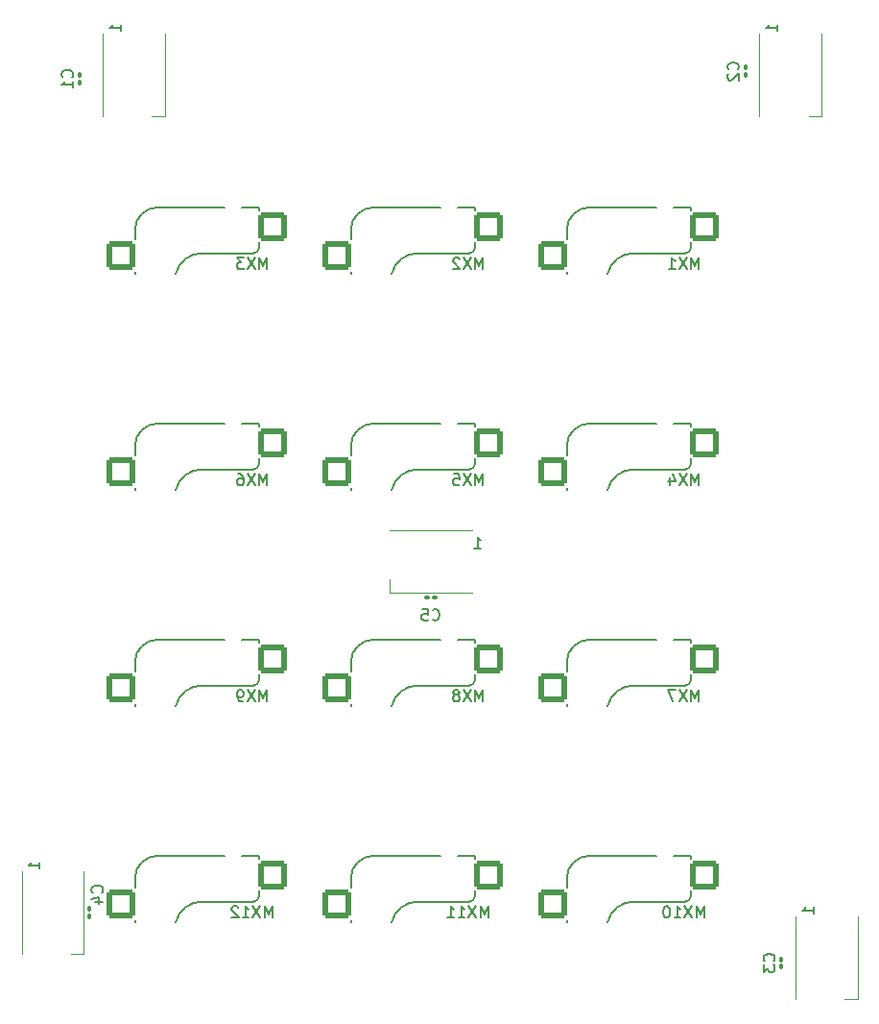
<source format=gbo>
G04 #@! TF.GenerationSoftware,KiCad,Pcbnew,7.0.5*
G04 #@! TF.CreationDate,2023-07-12T22:01:21-07:00*
G04 #@! TF.ProjectId,Custom_KeyPad,43757374-6f6d-45f4-9b65-795061642e6b,rev?*
G04 #@! TF.SameCoordinates,Original*
G04 #@! TF.FileFunction,Legend,Bot*
G04 #@! TF.FilePolarity,Positive*
%FSLAX46Y46*%
G04 Gerber Fmt 4.6, Leading zero omitted, Abs format (unit mm)*
G04 Created by KiCad (PCBNEW 7.0.5) date 2023-07-12 22:01:21*
%MOMM*%
%LPD*%
G01*
G04 APERTURE LIST*
G04 Aperture macros list*
%AMRoundRect*
0 Rectangle with rounded corners*
0 $1 Rounding radius*
0 $2 $3 $4 $5 $6 $7 $8 $9 X,Y pos of 4 corners*
0 Add a 4 corners polygon primitive as box body*
4,1,4,$2,$3,$4,$5,$6,$7,$8,$9,$2,$3,0*
0 Add four circle primitives for the rounded corners*
1,1,$1+$1,$2,$3*
1,1,$1+$1,$4,$5*
1,1,$1+$1,$6,$7*
1,1,$1+$1,$8,$9*
0 Add four rect primitives between the rounded corners*
20,1,$1+$1,$2,$3,$4,$5,0*
20,1,$1+$1,$4,$5,$6,$7,0*
20,1,$1+$1,$6,$7,$8,$9,0*
20,1,$1+$1,$8,$9,$2,$3,0*%
G04 Aperture macros list end*
%ADD10C,0.150000*%
%ADD11C,0.120000*%
%ADD12C,3.500000*%
%ADD13C,2.600000*%
%ADD14O,1.600000X2.000000*%
%ADD15C,1.800000*%
%ADD16RoundRect,0.450000X-0.450000X-0.450000X0.450000X-0.450000X0.450000X0.450000X-0.450000X0.450000X0*%
%ADD17C,2.000000*%
%ADD18R,2.000000X3.200000*%
%ADD19R,2.000000X2.000000*%
%ADD20C,3.300000*%
%ADD21RoundRect,0.250000X1.025000X1.000000X-1.025000X1.000000X-1.025000X-1.000000X1.025000X-1.000000X0*%
%ADD22C,1.750000*%
%ADD23C,3.987800*%
%ADD24R,1.500000X0.900000*%
%ADD25R,0.900000X1.500000*%
%ADD26R,1.600000X1.600000*%
%ADD27O,1.600000X1.600000*%
%ADD28RoundRect,0.100000X0.130000X0.100000X-0.130000X0.100000X-0.130000X-0.100000X0.130000X-0.100000X0*%
%ADD29RoundRect,0.100000X-0.100000X0.130000X-0.100000X-0.130000X0.100000X-0.130000X0.100000X0.130000X0*%
G04 APERTURE END LIST*
D10*
X146346904Y-131419819D02*
X146346904Y-130419819D01*
X146346904Y-130419819D02*
X146013571Y-131134104D01*
X146013571Y-131134104D02*
X145680238Y-130419819D01*
X145680238Y-130419819D02*
X145680238Y-131419819D01*
X145299285Y-130419819D02*
X144632619Y-131419819D01*
X144632619Y-130419819D02*
X145299285Y-131419819D01*
X143727857Y-131419819D02*
X144299285Y-131419819D01*
X144013571Y-131419819D02*
X144013571Y-130419819D01*
X144013571Y-130419819D02*
X144108809Y-130562676D01*
X144108809Y-130562676D02*
X144204047Y-130657914D01*
X144204047Y-130657914D02*
X144299285Y-130705533D01*
X143346904Y-130515057D02*
X143299285Y-130467438D01*
X143299285Y-130467438D02*
X143204047Y-130419819D01*
X143204047Y-130419819D02*
X142965952Y-130419819D01*
X142965952Y-130419819D02*
X142870714Y-130467438D01*
X142870714Y-130467438D02*
X142823095Y-130515057D01*
X142823095Y-130515057D02*
X142775476Y-130610295D01*
X142775476Y-130610295D02*
X142775476Y-130705533D01*
X142775476Y-130705533D02*
X142823095Y-130848390D01*
X142823095Y-130848390D02*
X143394523Y-131419819D01*
X143394523Y-131419819D02*
X142775476Y-131419819D01*
X165396904Y-131419819D02*
X165396904Y-130419819D01*
X165396904Y-130419819D02*
X165063571Y-131134104D01*
X165063571Y-131134104D02*
X164730238Y-130419819D01*
X164730238Y-130419819D02*
X164730238Y-131419819D01*
X164349285Y-130419819D02*
X163682619Y-131419819D01*
X163682619Y-130419819D02*
X164349285Y-131419819D01*
X162777857Y-131419819D02*
X163349285Y-131419819D01*
X163063571Y-131419819D02*
X163063571Y-130419819D01*
X163063571Y-130419819D02*
X163158809Y-130562676D01*
X163158809Y-130562676D02*
X163254047Y-130657914D01*
X163254047Y-130657914D02*
X163349285Y-130705533D01*
X161825476Y-131419819D02*
X162396904Y-131419819D01*
X162111190Y-131419819D02*
X162111190Y-130419819D01*
X162111190Y-130419819D02*
X162206428Y-130562676D01*
X162206428Y-130562676D02*
X162301666Y-130657914D01*
X162301666Y-130657914D02*
X162396904Y-130705533D01*
X184446904Y-131419819D02*
X184446904Y-130419819D01*
X184446904Y-130419819D02*
X184113571Y-131134104D01*
X184113571Y-131134104D02*
X183780238Y-130419819D01*
X183780238Y-130419819D02*
X183780238Y-131419819D01*
X183399285Y-130419819D02*
X182732619Y-131419819D01*
X182732619Y-130419819D02*
X183399285Y-131419819D01*
X181827857Y-131419819D02*
X182399285Y-131419819D01*
X182113571Y-131419819D02*
X182113571Y-130419819D01*
X182113571Y-130419819D02*
X182208809Y-130562676D01*
X182208809Y-130562676D02*
X182304047Y-130657914D01*
X182304047Y-130657914D02*
X182399285Y-130705533D01*
X181208809Y-130419819D02*
X181113571Y-130419819D01*
X181113571Y-130419819D02*
X181018333Y-130467438D01*
X181018333Y-130467438D02*
X180970714Y-130515057D01*
X180970714Y-130515057D02*
X180923095Y-130610295D01*
X180923095Y-130610295D02*
X180875476Y-130800771D01*
X180875476Y-130800771D02*
X180875476Y-131038866D01*
X180875476Y-131038866D02*
X180923095Y-131229342D01*
X180923095Y-131229342D02*
X180970714Y-131324580D01*
X180970714Y-131324580D02*
X181018333Y-131372200D01*
X181018333Y-131372200D02*
X181113571Y-131419819D01*
X181113571Y-131419819D02*
X181208809Y-131419819D01*
X181208809Y-131419819D02*
X181304047Y-131372200D01*
X181304047Y-131372200D02*
X181351666Y-131324580D01*
X181351666Y-131324580D02*
X181399285Y-131229342D01*
X181399285Y-131229342D02*
X181446904Y-131038866D01*
X181446904Y-131038866D02*
X181446904Y-130800771D01*
X181446904Y-130800771D02*
X181399285Y-130610295D01*
X181399285Y-130610295D02*
X181351666Y-130515057D01*
X181351666Y-130515057D02*
X181304047Y-130467438D01*
X181304047Y-130467438D02*
X181208809Y-130419819D01*
X145870713Y-112369819D02*
X145870713Y-111369819D01*
X145870713Y-111369819D02*
X145537380Y-112084104D01*
X145537380Y-112084104D02*
X145204047Y-111369819D01*
X145204047Y-111369819D02*
X145204047Y-112369819D01*
X144823094Y-111369819D02*
X144156428Y-112369819D01*
X144156428Y-111369819D02*
X144823094Y-112369819D01*
X143727856Y-112369819D02*
X143537380Y-112369819D01*
X143537380Y-112369819D02*
X143442142Y-112322200D01*
X143442142Y-112322200D02*
X143394523Y-112274580D01*
X143394523Y-112274580D02*
X143299285Y-112131723D01*
X143299285Y-112131723D02*
X143251666Y-111941247D01*
X143251666Y-111941247D02*
X143251666Y-111560295D01*
X143251666Y-111560295D02*
X143299285Y-111465057D01*
X143299285Y-111465057D02*
X143346904Y-111417438D01*
X143346904Y-111417438D02*
X143442142Y-111369819D01*
X143442142Y-111369819D02*
X143632618Y-111369819D01*
X143632618Y-111369819D02*
X143727856Y-111417438D01*
X143727856Y-111417438D02*
X143775475Y-111465057D01*
X143775475Y-111465057D02*
X143823094Y-111560295D01*
X143823094Y-111560295D02*
X143823094Y-111798390D01*
X143823094Y-111798390D02*
X143775475Y-111893628D01*
X143775475Y-111893628D02*
X143727856Y-111941247D01*
X143727856Y-111941247D02*
X143632618Y-111988866D01*
X143632618Y-111988866D02*
X143442142Y-111988866D01*
X143442142Y-111988866D02*
X143346904Y-111941247D01*
X143346904Y-111941247D02*
X143299285Y-111893628D01*
X143299285Y-111893628D02*
X143251666Y-111798390D01*
X164920713Y-112369819D02*
X164920713Y-111369819D01*
X164920713Y-111369819D02*
X164587380Y-112084104D01*
X164587380Y-112084104D02*
X164254047Y-111369819D01*
X164254047Y-111369819D02*
X164254047Y-112369819D01*
X163873094Y-111369819D02*
X163206428Y-112369819D01*
X163206428Y-111369819D02*
X163873094Y-112369819D01*
X162682618Y-111798390D02*
X162777856Y-111750771D01*
X162777856Y-111750771D02*
X162825475Y-111703152D01*
X162825475Y-111703152D02*
X162873094Y-111607914D01*
X162873094Y-111607914D02*
X162873094Y-111560295D01*
X162873094Y-111560295D02*
X162825475Y-111465057D01*
X162825475Y-111465057D02*
X162777856Y-111417438D01*
X162777856Y-111417438D02*
X162682618Y-111369819D01*
X162682618Y-111369819D02*
X162492142Y-111369819D01*
X162492142Y-111369819D02*
X162396904Y-111417438D01*
X162396904Y-111417438D02*
X162349285Y-111465057D01*
X162349285Y-111465057D02*
X162301666Y-111560295D01*
X162301666Y-111560295D02*
X162301666Y-111607914D01*
X162301666Y-111607914D02*
X162349285Y-111703152D01*
X162349285Y-111703152D02*
X162396904Y-111750771D01*
X162396904Y-111750771D02*
X162492142Y-111798390D01*
X162492142Y-111798390D02*
X162682618Y-111798390D01*
X162682618Y-111798390D02*
X162777856Y-111846009D01*
X162777856Y-111846009D02*
X162825475Y-111893628D01*
X162825475Y-111893628D02*
X162873094Y-111988866D01*
X162873094Y-111988866D02*
X162873094Y-112179342D01*
X162873094Y-112179342D02*
X162825475Y-112274580D01*
X162825475Y-112274580D02*
X162777856Y-112322200D01*
X162777856Y-112322200D02*
X162682618Y-112369819D01*
X162682618Y-112369819D02*
X162492142Y-112369819D01*
X162492142Y-112369819D02*
X162396904Y-112322200D01*
X162396904Y-112322200D02*
X162349285Y-112274580D01*
X162349285Y-112274580D02*
X162301666Y-112179342D01*
X162301666Y-112179342D02*
X162301666Y-111988866D01*
X162301666Y-111988866D02*
X162349285Y-111893628D01*
X162349285Y-111893628D02*
X162396904Y-111846009D01*
X162396904Y-111846009D02*
X162492142Y-111798390D01*
X183970713Y-112369819D02*
X183970713Y-111369819D01*
X183970713Y-111369819D02*
X183637380Y-112084104D01*
X183637380Y-112084104D02*
X183304047Y-111369819D01*
X183304047Y-111369819D02*
X183304047Y-112369819D01*
X182923094Y-111369819D02*
X182256428Y-112369819D01*
X182256428Y-111369819D02*
X182923094Y-112369819D01*
X181970713Y-111369819D02*
X181304047Y-111369819D01*
X181304047Y-111369819D02*
X181732618Y-112369819D01*
X145870713Y-93319819D02*
X145870713Y-92319819D01*
X145870713Y-92319819D02*
X145537380Y-93034104D01*
X145537380Y-93034104D02*
X145204047Y-92319819D01*
X145204047Y-92319819D02*
X145204047Y-93319819D01*
X144823094Y-92319819D02*
X144156428Y-93319819D01*
X144156428Y-92319819D02*
X144823094Y-93319819D01*
X143346904Y-92319819D02*
X143537380Y-92319819D01*
X143537380Y-92319819D02*
X143632618Y-92367438D01*
X143632618Y-92367438D02*
X143680237Y-92415057D01*
X143680237Y-92415057D02*
X143775475Y-92557914D01*
X143775475Y-92557914D02*
X143823094Y-92748390D01*
X143823094Y-92748390D02*
X143823094Y-93129342D01*
X143823094Y-93129342D02*
X143775475Y-93224580D01*
X143775475Y-93224580D02*
X143727856Y-93272200D01*
X143727856Y-93272200D02*
X143632618Y-93319819D01*
X143632618Y-93319819D02*
X143442142Y-93319819D01*
X143442142Y-93319819D02*
X143346904Y-93272200D01*
X143346904Y-93272200D02*
X143299285Y-93224580D01*
X143299285Y-93224580D02*
X143251666Y-93129342D01*
X143251666Y-93129342D02*
X143251666Y-92891247D01*
X143251666Y-92891247D02*
X143299285Y-92796009D01*
X143299285Y-92796009D02*
X143346904Y-92748390D01*
X143346904Y-92748390D02*
X143442142Y-92700771D01*
X143442142Y-92700771D02*
X143632618Y-92700771D01*
X143632618Y-92700771D02*
X143727856Y-92748390D01*
X143727856Y-92748390D02*
X143775475Y-92796009D01*
X143775475Y-92796009D02*
X143823094Y-92891247D01*
X164920713Y-93319819D02*
X164920713Y-92319819D01*
X164920713Y-92319819D02*
X164587380Y-93034104D01*
X164587380Y-93034104D02*
X164254047Y-92319819D01*
X164254047Y-92319819D02*
X164254047Y-93319819D01*
X163873094Y-92319819D02*
X163206428Y-93319819D01*
X163206428Y-92319819D02*
X163873094Y-93319819D01*
X162349285Y-92319819D02*
X162825475Y-92319819D01*
X162825475Y-92319819D02*
X162873094Y-92796009D01*
X162873094Y-92796009D02*
X162825475Y-92748390D01*
X162825475Y-92748390D02*
X162730237Y-92700771D01*
X162730237Y-92700771D02*
X162492142Y-92700771D01*
X162492142Y-92700771D02*
X162396904Y-92748390D01*
X162396904Y-92748390D02*
X162349285Y-92796009D01*
X162349285Y-92796009D02*
X162301666Y-92891247D01*
X162301666Y-92891247D02*
X162301666Y-93129342D01*
X162301666Y-93129342D02*
X162349285Y-93224580D01*
X162349285Y-93224580D02*
X162396904Y-93272200D01*
X162396904Y-93272200D02*
X162492142Y-93319819D01*
X162492142Y-93319819D02*
X162730237Y-93319819D01*
X162730237Y-93319819D02*
X162825475Y-93272200D01*
X162825475Y-93272200D02*
X162873094Y-93224580D01*
X183970713Y-93319819D02*
X183970713Y-92319819D01*
X183970713Y-92319819D02*
X183637380Y-93034104D01*
X183637380Y-93034104D02*
X183304047Y-92319819D01*
X183304047Y-92319819D02*
X183304047Y-93319819D01*
X182923094Y-92319819D02*
X182256428Y-93319819D01*
X182256428Y-92319819D02*
X182923094Y-93319819D01*
X181446904Y-92653152D02*
X181446904Y-93319819D01*
X181684999Y-92272200D02*
X181923094Y-92986485D01*
X181923094Y-92986485D02*
X181304047Y-92986485D01*
X145870713Y-74269819D02*
X145870713Y-73269819D01*
X145870713Y-73269819D02*
X145537380Y-73984104D01*
X145537380Y-73984104D02*
X145204047Y-73269819D01*
X145204047Y-73269819D02*
X145204047Y-74269819D01*
X144823094Y-73269819D02*
X144156428Y-74269819D01*
X144156428Y-73269819D02*
X144823094Y-74269819D01*
X143870713Y-73269819D02*
X143251666Y-73269819D01*
X143251666Y-73269819D02*
X143584999Y-73650771D01*
X143584999Y-73650771D02*
X143442142Y-73650771D01*
X143442142Y-73650771D02*
X143346904Y-73698390D01*
X143346904Y-73698390D02*
X143299285Y-73746009D01*
X143299285Y-73746009D02*
X143251666Y-73841247D01*
X143251666Y-73841247D02*
X143251666Y-74079342D01*
X143251666Y-74079342D02*
X143299285Y-74174580D01*
X143299285Y-74174580D02*
X143346904Y-74222200D01*
X143346904Y-74222200D02*
X143442142Y-74269819D01*
X143442142Y-74269819D02*
X143727856Y-74269819D01*
X143727856Y-74269819D02*
X143823094Y-74222200D01*
X143823094Y-74222200D02*
X143870713Y-74174580D01*
X164920713Y-74269819D02*
X164920713Y-73269819D01*
X164920713Y-73269819D02*
X164587380Y-73984104D01*
X164587380Y-73984104D02*
X164254047Y-73269819D01*
X164254047Y-73269819D02*
X164254047Y-74269819D01*
X163873094Y-73269819D02*
X163206428Y-74269819D01*
X163206428Y-73269819D02*
X163873094Y-74269819D01*
X162873094Y-73365057D02*
X162825475Y-73317438D01*
X162825475Y-73317438D02*
X162730237Y-73269819D01*
X162730237Y-73269819D02*
X162492142Y-73269819D01*
X162492142Y-73269819D02*
X162396904Y-73317438D01*
X162396904Y-73317438D02*
X162349285Y-73365057D01*
X162349285Y-73365057D02*
X162301666Y-73460295D01*
X162301666Y-73460295D02*
X162301666Y-73555533D01*
X162301666Y-73555533D02*
X162349285Y-73698390D01*
X162349285Y-73698390D02*
X162920713Y-74269819D01*
X162920713Y-74269819D02*
X162301666Y-74269819D01*
X183970713Y-74269819D02*
X183970713Y-73269819D01*
X183970713Y-73269819D02*
X183637380Y-73984104D01*
X183637380Y-73984104D02*
X183304047Y-73269819D01*
X183304047Y-73269819D02*
X183304047Y-74269819D01*
X182923094Y-73269819D02*
X182256428Y-74269819D01*
X182256428Y-73269819D02*
X182923094Y-74269819D01*
X181351666Y-74269819D02*
X181923094Y-74269819D01*
X181637380Y-74269819D02*
X181637380Y-73269819D01*
X181637380Y-73269819D02*
X181732618Y-73412676D01*
X181732618Y-73412676D02*
X181827856Y-73507914D01*
X181827856Y-73507914D02*
X181923094Y-73555533D01*
X164201785Y-98867319D02*
X164773213Y-98867319D01*
X164487499Y-98867319D02*
X164487499Y-97867319D01*
X164487499Y-97867319D02*
X164582737Y-98010176D01*
X164582737Y-98010176D02*
X164677975Y-98105414D01*
X164677975Y-98105414D02*
X164773213Y-98153033D01*
X125854819Y-127104464D02*
X125854819Y-126533036D01*
X125854819Y-126818750D02*
X124854819Y-126818750D01*
X124854819Y-126818750D02*
X124997676Y-126723512D01*
X124997676Y-126723512D02*
X125092914Y-126628274D01*
X125092914Y-126628274D02*
X125140533Y-126533036D01*
X194117319Y-131073214D02*
X194117319Y-130501786D01*
X194117319Y-130787500D02*
X193117319Y-130787500D01*
X193117319Y-130787500D02*
X193260176Y-130692262D01*
X193260176Y-130692262D02*
X193355414Y-130597024D01*
X193355414Y-130597024D02*
X193403033Y-130501786D01*
X190942319Y-53285714D02*
X190942319Y-52714286D01*
X190942319Y-53000000D02*
X189942319Y-53000000D01*
X189942319Y-53000000D02*
X190085176Y-52904762D01*
X190085176Y-52904762D02*
X190180414Y-52809524D01*
X190180414Y-52809524D02*
X190228033Y-52714286D01*
X132998569Y-53285714D02*
X132998569Y-52714286D01*
X132998569Y-53000000D02*
X131998569Y-53000000D01*
X131998569Y-53000000D02*
X132141426Y-52904762D01*
X132141426Y-52904762D02*
X132236664Y-52809524D01*
X132236664Y-52809524D02*
X132284283Y-52714286D01*
X160504166Y-105134580D02*
X160551785Y-105182200D01*
X160551785Y-105182200D02*
X160694642Y-105229819D01*
X160694642Y-105229819D02*
X160789880Y-105229819D01*
X160789880Y-105229819D02*
X160932737Y-105182200D01*
X160932737Y-105182200D02*
X161027975Y-105086961D01*
X161027975Y-105086961D02*
X161075594Y-104991723D01*
X161075594Y-104991723D02*
X161123213Y-104801247D01*
X161123213Y-104801247D02*
X161123213Y-104658390D01*
X161123213Y-104658390D02*
X161075594Y-104467914D01*
X161075594Y-104467914D02*
X161027975Y-104372676D01*
X161027975Y-104372676D02*
X160932737Y-104277438D01*
X160932737Y-104277438D02*
X160789880Y-104229819D01*
X160789880Y-104229819D02*
X160694642Y-104229819D01*
X160694642Y-104229819D02*
X160551785Y-104277438D01*
X160551785Y-104277438D02*
X160504166Y-104325057D01*
X159599404Y-104229819D02*
X160075594Y-104229819D01*
X160075594Y-104229819D02*
X160123213Y-104706009D01*
X160123213Y-104706009D02*
X160075594Y-104658390D01*
X160075594Y-104658390D02*
X159980356Y-104610771D01*
X159980356Y-104610771D02*
X159742261Y-104610771D01*
X159742261Y-104610771D02*
X159647023Y-104658390D01*
X159647023Y-104658390D02*
X159599404Y-104706009D01*
X159599404Y-104706009D02*
X159551785Y-104801247D01*
X159551785Y-104801247D02*
X159551785Y-105039342D01*
X159551785Y-105039342D02*
X159599404Y-105134580D01*
X159599404Y-105134580D02*
X159647023Y-105182200D01*
X159647023Y-105182200D02*
X159742261Y-105229819D01*
X159742261Y-105229819D02*
X159980356Y-105229819D01*
X159980356Y-105229819D02*
X160075594Y-105182200D01*
X160075594Y-105182200D02*
X160123213Y-105134580D01*
X131328330Y-129214583D02*
X131375950Y-129166964D01*
X131375950Y-129166964D02*
X131423569Y-129024107D01*
X131423569Y-129024107D02*
X131423569Y-128928869D01*
X131423569Y-128928869D02*
X131375950Y-128786012D01*
X131375950Y-128786012D02*
X131280711Y-128690774D01*
X131280711Y-128690774D02*
X131185473Y-128643155D01*
X131185473Y-128643155D02*
X130994997Y-128595536D01*
X130994997Y-128595536D02*
X130852140Y-128595536D01*
X130852140Y-128595536D02*
X130661664Y-128643155D01*
X130661664Y-128643155D02*
X130566426Y-128690774D01*
X130566426Y-128690774D02*
X130471188Y-128786012D01*
X130471188Y-128786012D02*
X130423569Y-128928869D01*
X130423569Y-128928869D02*
X130423569Y-129024107D01*
X130423569Y-129024107D02*
X130471188Y-129166964D01*
X130471188Y-129166964D02*
X130518807Y-129214583D01*
X130756902Y-130071726D02*
X131423569Y-130071726D01*
X130375950Y-129833631D02*
X131090235Y-129595536D01*
X131090235Y-129595536D02*
X131090235Y-130214583D01*
X190603330Y-135244583D02*
X190650950Y-135196964D01*
X190650950Y-135196964D02*
X190698569Y-135054107D01*
X190698569Y-135054107D02*
X190698569Y-134958869D01*
X190698569Y-134958869D02*
X190650950Y-134816012D01*
X190650950Y-134816012D02*
X190555711Y-134720774D01*
X190555711Y-134720774D02*
X190460473Y-134673155D01*
X190460473Y-134673155D02*
X190269997Y-134625536D01*
X190269997Y-134625536D02*
X190127140Y-134625536D01*
X190127140Y-134625536D02*
X189936664Y-134673155D01*
X189936664Y-134673155D02*
X189841426Y-134720774D01*
X189841426Y-134720774D02*
X189746188Y-134816012D01*
X189746188Y-134816012D02*
X189698569Y-134958869D01*
X189698569Y-134958869D02*
X189698569Y-135054107D01*
X189698569Y-135054107D02*
X189746188Y-135196964D01*
X189746188Y-135196964D02*
X189793807Y-135244583D01*
X189698569Y-135577917D02*
X189698569Y-136196964D01*
X189698569Y-136196964D02*
X190079521Y-135863631D01*
X190079521Y-135863631D02*
X190079521Y-136006488D01*
X190079521Y-136006488D02*
X190127140Y-136101726D01*
X190127140Y-136101726D02*
X190174759Y-136149345D01*
X190174759Y-136149345D02*
X190269997Y-136196964D01*
X190269997Y-136196964D02*
X190508092Y-136196964D01*
X190508092Y-136196964D02*
X190603330Y-136149345D01*
X190603330Y-136149345D02*
X190650950Y-136101726D01*
X190650950Y-136101726D02*
X190698569Y-136006488D01*
X190698569Y-136006488D02*
X190698569Y-135720774D01*
X190698569Y-135720774D02*
X190650950Y-135625536D01*
X190650950Y-135625536D02*
X190603330Y-135577917D01*
X187428330Y-56663333D02*
X187475950Y-56615714D01*
X187475950Y-56615714D02*
X187523569Y-56472857D01*
X187523569Y-56472857D02*
X187523569Y-56377619D01*
X187523569Y-56377619D02*
X187475950Y-56234762D01*
X187475950Y-56234762D02*
X187380711Y-56139524D01*
X187380711Y-56139524D02*
X187285473Y-56091905D01*
X187285473Y-56091905D02*
X187094997Y-56044286D01*
X187094997Y-56044286D02*
X186952140Y-56044286D01*
X186952140Y-56044286D02*
X186761664Y-56091905D01*
X186761664Y-56091905D02*
X186666426Y-56139524D01*
X186666426Y-56139524D02*
X186571188Y-56234762D01*
X186571188Y-56234762D02*
X186523569Y-56377619D01*
X186523569Y-56377619D02*
X186523569Y-56472857D01*
X186523569Y-56472857D02*
X186571188Y-56615714D01*
X186571188Y-56615714D02*
X186618807Y-56663333D01*
X186618807Y-57044286D02*
X186571188Y-57091905D01*
X186571188Y-57091905D02*
X186523569Y-57187143D01*
X186523569Y-57187143D02*
X186523569Y-57425238D01*
X186523569Y-57425238D02*
X186571188Y-57520476D01*
X186571188Y-57520476D02*
X186618807Y-57568095D01*
X186618807Y-57568095D02*
X186714045Y-57615714D01*
X186714045Y-57615714D02*
X186809283Y-57615714D01*
X186809283Y-57615714D02*
X186952140Y-57568095D01*
X186952140Y-57568095D02*
X187523569Y-56996667D01*
X187523569Y-56996667D02*
X187523569Y-57615714D01*
X128690830Y-57328333D02*
X128738450Y-57280714D01*
X128738450Y-57280714D02*
X128786069Y-57137857D01*
X128786069Y-57137857D02*
X128786069Y-57042619D01*
X128786069Y-57042619D02*
X128738450Y-56899762D01*
X128738450Y-56899762D02*
X128643211Y-56804524D01*
X128643211Y-56804524D02*
X128547973Y-56756905D01*
X128547973Y-56756905D02*
X128357497Y-56709286D01*
X128357497Y-56709286D02*
X128214640Y-56709286D01*
X128214640Y-56709286D02*
X128024164Y-56756905D01*
X128024164Y-56756905D02*
X127928926Y-56804524D01*
X127928926Y-56804524D02*
X127833688Y-56899762D01*
X127833688Y-56899762D02*
X127786069Y-57042619D01*
X127786069Y-57042619D02*
X127786069Y-57137857D01*
X127786069Y-57137857D02*
X127833688Y-57280714D01*
X127833688Y-57280714D02*
X127881307Y-57328333D01*
X128786069Y-58280714D02*
X128786069Y-57709286D01*
X128786069Y-57995000D02*
X127786069Y-57995000D01*
X127786069Y-57995000D02*
X127928926Y-57899762D01*
X127928926Y-57899762D02*
X128024164Y-57804524D01*
X128024164Y-57804524D02*
X128071783Y-57709286D01*
X136249824Y-125964784D02*
G75*
G03*
X134249824Y-127964780I-4J-1999996D01*
G01*
X140135000Y-130014781D02*
G75*
G03*
X137840679Y-131854780I-866J-2349331D01*
G01*
X144699824Y-130014780D02*
G75*
G03*
X145199824Y-129514780I-1J500001D01*
G01*
X134249824Y-131614780D02*
X134249824Y-131854780D01*
X134249824Y-128764780D02*
X134249824Y-127964780D01*
X136249824Y-125964780D02*
X142149824Y-125964780D01*
X143649824Y-125964780D02*
X145199824Y-125964780D01*
X144699824Y-130014780D02*
X140135000Y-130014780D01*
X145199824Y-129044780D02*
X145199824Y-129514780D01*
X145199824Y-125964780D02*
X145199824Y-126194780D01*
X155299824Y-125964784D02*
G75*
G03*
X153299824Y-127964780I-4J-1999996D01*
G01*
X159185000Y-130014781D02*
G75*
G03*
X156890679Y-131854780I-866J-2349331D01*
G01*
X163749824Y-130014780D02*
G75*
G03*
X164249824Y-129514780I-1J500001D01*
G01*
X153299824Y-131614780D02*
X153299824Y-131854780D01*
X153299824Y-128764780D02*
X153299824Y-127964780D01*
X155299824Y-125964780D02*
X161199824Y-125964780D01*
X162699824Y-125964780D02*
X164249824Y-125964780D01*
X163749824Y-130014780D02*
X159185000Y-130014780D01*
X164249824Y-129044780D02*
X164249824Y-129514780D01*
X164249824Y-125964780D02*
X164249824Y-126194780D01*
X174349824Y-125964784D02*
G75*
G03*
X172349824Y-127964780I-4J-1999996D01*
G01*
X178235000Y-130014781D02*
G75*
G03*
X175940679Y-131854780I-866J-2349331D01*
G01*
X182799824Y-130014780D02*
G75*
G03*
X183299824Y-129514780I-1J500001D01*
G01*
X172349824Y-131614780D02*
X172349824Y-131854780D01*
X172349824Y-128764780D02*
X172349824Y-127964780D01*
X174349824Y-125964780D02*
X180249824Y-125964780D01*
X181749824Y-125964780D02*
X183299824Y-125964780D01*
X182799824Y-130014780D02*
X178235000Y-130014780D01*
X183299824Y-129044780D02*
X183299824Y-129514780D01*
X183299824Y-125964780D02*
X183299824Y-126194780D01*
X136249824Y-106914784D02*
G75*
G03*
X134249824Y-108914780I-4J-1999996D01*
G01*
X140135000Y-110964781D02*
G75*
G03*
X137840679Y-112804780I-866J-2349331D01*
G01*
X144699824Y-110964780D02*
G75*
G03*
X145199824Y-110464780I-1J500001D01*
G01*
X134249824Y-112564780D02*
X134249824Y-112804780D01*
X134249824Y-109714780D02*
X134249824Y-108914780D01*
X136249824Y-106914780D02*
X142149824Y-106914780D01*
X143649824Y-106914780D02*
X145199824Y-106914780D01*
X144699824Y-110964780D02*
X140135000Y-110964780D01*
X145199824Y-109994780D02*
X145199824Y-110464780D01*
X145199824Y-106914780D02*
X145199824Y-107144780D01*
X155299824Y-106914784D02*
G75*
G03*
X153299824Y-108914780I-4J-1999996D01*
G01*
X159185000Y-110964781D02*
G75*
G03*
X156890679Y-112804780I-866J-2349331D01*
G01*
X163749824Y-110964780D02*
G75*
G03*
X164249824Y-110464780I-1J500001D01*
G01*
X153299824Y-112564780D02*
X153299824Y-112804780D01*
X153299824Y-109714780D02*
X153299824Y-108914780D01*
X155299824Y-106914780D02*
X161199824Y-106914780D01*
X162699824Y-106914780D02*
X164249824Y-106914780D01*
X163749824Y-110964780D02*
X159185000Y-110964780D01*
X164249824Y-109994780D02*
X164249824Y-110464780D01*
X164249824Y-106914780D02*
X164249824Y-107144780D01*
X174349824Y-106914784D02*
G75*
G03*
X172349824Y-108914780I-4J-1999996D01*
G01*
X178235000Y-110964781D02*
G75*
G03*
X175940679Y-112804780I-866J-2349331D01*
G01*
X182799824Y-110964780D02*
G75*
G03*
X183299824Y-110464780I-1J500001D01*
G01*
X172349824Y-112564780D02*
X172349824Y-112804780D01*
X172349824Y-109714780D02*
X172349824Y-108914780D01*
X174349824Y-106914780D02*
X180249824Y-106914780D01*
X181749824Y-106914780D02*
X183299824Y-106914780D01*
X182799824Y-110964780D02*
X178235000Y-110964780D01*
X183299824Y-109994780D02*
X183299824Y-110464780D01*
X183299824Y-106914780D02*
X183299824Y-107144780D01*
X136249824Y-87864784D02*
G75*
G03*
X134249824Y-89864780I-4J-1999996D01*
G01*
X140135000Y-91914781D02*
G75*
G03*
X137840679Y-93754780I-866J-2349331D01*
G01*
X144699824Y-91914780D02*
G75*
G03*
X145199824Y-91414780I-1J500001D01*
G01*
X134249824Y-93514780D02*
X134249824Y-93754780D01*
X134249824Y-90664780D02*
X134249824Y-89864780D01*
X136249824Y-87864780D02*
X142149824Y-87864780D01*
X143649824Y-87864780D02*
X145199824Y-87864780D01*
X144699824Y-91914780D02*
X140135000Y-91914780D01*
X145199824Y-90944780D02*
X145199824Y-91414780D01*
X145199824Y-87864780D02*
X145199824Y-88094780D01*
X155299824Y-87864784D02*
G75*
G03*
X153299824Y-89864780I-4J-1999996D01*
G01*
X159185000Y-91914781D02*
G75*
G03*
X156890679Y-93754780I-866J-2349331D01*
G01*
X163749824Y-91914780D02*
G75*
G03*
X164249824Y-91414780I-1J500001D01*
G01*
X153299824Y-93514780D02*
X153299824Y-93754780D01*
X153299824Y-90664780D02*
X153299824Y-89864780D01*
X155299824Y-87864780D02*
X161199824Y-87864780D01*
X162699824Y-87864780D02*
X164249824Y-87864780D01*
X163749824Y-91914780D02*
X159185000Y-91914780D01*
X164249824Y-90944780D02*
X164249824Y-91414780D01*
X164249824Y-87864780D02*
X164249824Y-88094780D01*
X174349824Y-87864784D02*
G75*
G03*
X172349824Y-89864780I-4J-1999996D01*
G01*
X178235000Y-91914781D02*
G75*
G03*
X175940679Y-93754780I-866J-2349331D01*
G01*
X182799824Y-91914780D02*
G75*
G03*
X183299824Y-91414780I-1J500001D01*
G01*
X172349824Y-93514780D02*
X172349824Y-93754780D01*
X172349824Y-90664780D02*
X172349824Y-89864780D01*
X174349824Y-87864780D02*
X180249824Y-87864780D01*
X181749824Y-87864780D02*
X183299824Y-87864780D01*
X182799824Y-91914780D02*
X178235000Y-91914780D01*
X183299824Y-90944780D02*
X183299824Y-91414780D01*
X183299824Y-87864780D02*
X183299824Y-88094780D01*
X136249824Y-68814784D02*
G75*
G03*
X134249824Y-70814780I-4J-1999996D01*
G01*
X140135000Y-72864781D02*
G75*
G03*
X137840679Y-74704780I-866J-2349331D01*
G01*
X144699824Y-72864780D02*
G75*
G03*
X145199824Y-72364780I-1J500001D01*
G01*
X134249824Y-74464780D02*
X134249824Y-74704780D01*
X134249824Y-71614780D02*
X134249824Y-70814780D01*
X136249824Y-68814780D02*
X142149824Y-68814780D01*
X143649824Y-68814780D02*
X145199824Y-68814780D01*
X144699824Y-72864780D02*
X140135000Y-72864780D01*
X145199824Y-71894780D02*
X145199824Y-72364780D01*
X145199824Y-68814780D02*
X145199824Y-69044780D01*
X164249824Y-68814780D02*
X164249824Y-69044780D01*
X164249824Y-71894780D02*
X164249824Y-72364780D01*
X163749824Y-72864780D02*
X159185000Y-72864780D01*
X162699824Y-68814780D02*
X164249824Y-68814780D01*
X155299824Y-68814780D02*
X161199824Y-68814780D01*
X153299824Y-71614780D02*
X153299824Y-70814780D01*
X153299824Y-74464780D02*
X153299824Y-74704780D01*
X163749824Y-72864780D02*
G75*
G03*
X164249824Y-72364780I-1J500001D01*
G01*
X159185000Y-72864781D02*
G75*
G03*
X156890679Y-74704780I-866J-2349331D01*
G01*
X155299824Y-68814784D02*
G75*
G03*
X153299824Y-70814780I-4J-1999996D01*
G01*
X174349824Y-68814784D02*
G75*
G03*
X172349824Y-70814780I-4J-1999996D01*
G01*
X178235000Y-72864781D02*
G75*
G03*
X175940679Y-74704780I-866J-2349331D01*
G01*
X182799824Y-72864780D02*
G75*
G03*
X183299824Y-72364780I-1J500001D01*
G01*
X172349824Y-74464780D02*
X172349824Y-74704780D01*
X172349824Y-71614780D02*
X172349824Y-70814780D01*
X174349824Y-68814780D02*
X180249824Y-68814780D01*
X181749824Y-68814780D02*
X183299824Y-68814780D01*
X182799824Y-72864780D02*
X178235000Y-72864780D01*
X183299824Y-71894780D02*
X183299824Y-72364780D01*
X183299824Y-68814780D02*
X183299824Y-69044780D01*
D11*
X156687500Y-102762500D02*
X156687500Y-101612500D01*
X163987500Y-102762500D02*
X156687500Y-102762500D01*
X163987500Y-97262500D02*
X156687500Y-97262500D01*
X129750000Y-134618750D02*
X128600000Y-134618750D01*
X129750000Y-127318750D02*
X129750000Y-134618750D01*
X124250000Y-127318750D02*
X124250000Y-134618750D01*
X192512500Y-131287500D02*
X192512500Y-138587500D01*
X198012500Y-131287500D02*
X198012500Y-138587500D01*
X198012500Y-138587500D02*
X196862500Y-138587500D01*
X194837500Y-60800000D02*
X193687500Y-60800000D01*
X194837500Y-53500000D02*
X194837500Y-60800000D01*
X189337500Y-53500000D02*
X189337500Y-60800000D01*
X136893750Y-60800000D02*
X135743750Y-60800000D01*
X136893750Y-53500000D02*
X136893750Y-60800000D01*
X131393750Y-53500000D02*
X131393750Y-60800000D01*
%LPC*%
D12*
X147947592Y-60772480D03*
D13*
X147947592Y-60772480D03*
D12*
X171153689Y-60772695D03*
D13*
X171153689Y-60772695D03*
D12*
X171158857Y-37656395D03*
D13*
X171158857Y-37656395D03*
D12*
X147943149Y-37649935D03*
D13*
X147943149Y-37649935D03*
D14*
X163243750Y-37262500D03*
X160703750Y-37262500D03*
X155623750Y-37262500D03*
X158163750Y-37262500D03*
D12*
X128587500Y-117475000D03*
D13*
X128587500Y-117475000D03*
D12*
X128587500Y-53181250D03*
D13*
X128587500Y-53181250D03*
X101000000Y-141000000D03*
D12*
X101000000Y-141000000D03*
X101000000Y-39000000D03*
D13*
X101000000Y-39000000D03*
X203000000Y-141000000D03*
D12*
X203000000Y-141000000D03*
X203000000Y-39000000D03*
D13*
X203000000Y-39000000D03*
D15*
X105380000Y-39211250D03*
X105380000Y-41751250D03*
D16*
X105380000Y-44291250D03*
X105380000Y-46831250D03*
D15*
X105380000Y-49371250D03*
X105380000Y-51911250D03*
X105380000Y-54451250D03*
X105380000Y-56991250D03*
X105380000Y-59531250D03*
X105380000Y-62071250D03*
X105380000Y-64611250D03*
X105380000Y-67151250D03*
X120620000Y-39211250D03*
D16*
X120620000Y-41751250D03*
D15*
X120620000Y-44291250D03*
X120620000Y-46831250D03*
X120620000Y-49371250D03*
X120620000Y-51911250D03*
X120620000Y-54451250D03*
X120620000Y-56991250D03*
X120620000Y-59531250D03*
X120620000Y-62071250D03*
X120620000Y-64611250D03*
X120620000Y-67151250D03*
D17*
X200500000Y-128250000D03*
X195500000Y-128250000D03*
D18*
X203600000Y-121250000D03*
X192400000Y-121250000D03*
D17*
X198000000Y-113750000D03*
X195500000Y-113750000D03*
D19*
X200500000Y-113750000D03*
D17*
X200500000Y-106250000D03*
X195500000Y-106250000D03*
D18*
X203600000Y-99250000D03*
X192400000Y-99250000D03*
D17*
X198000000Y-91750000D03*
X195500000Y-91750000D03*
D19*
X200500000Y-91750000D03*
D17*
X200500000Y-84250000D03*
X195500000Y-84250000D03*
D18*
X203600000Y-77250000D03*
X192400000Y-77250000D03*
D17*
X198000000Y-69750000D03*
X195500000Y-69750000D03*
D19*
X200500000Y-69750000D03*
D20*
X142875000Y-127635000D03*
D21*
X146425000Y-127635000D03*
X132975000Y-130175000D03*
D20*
X136525000Y-130175000D03*
D22*
X135255000Y-132715000D03*
D23*
X140335000Y-132715000D03*
D22*
X145415000Y-132715000D03*
D20*
X161925000Y-127635000D03*
D21*
X165475000Y-127635000D03*
X152025000Y-130175000D03*
D20*
X155575000Y-130175000D03*
D22*
X154305000Y-132715000D03*
D23*
X159385000Y-132715000D03*
D22*
X164465000Y-132715000D03*
D20*
X180975000Y-127635000D03*
D21*
X184525000Y-127635000D03*
X171075000Y-130175000D03*
D20*
X174625000Y-130175000D03*
D22*
X173355000Y-132715000D03*
D23*
X178435000Y-132715000D03*
D22*
X183515000Y-132715000D03*
D20*
X142875000Y-108585000D03*
D21*
X146425000Y-108585000D03*
X132975000Y-111125000D03*
D20*
X136525000Y-111125000D03*
D22*
X135255000Y-113665000D03*
D23*
X140335000Y-113665000D03*
D22*
X145415000Y-113665000D03*
D20*
X161925000Y-108585000D03*
D21*
X165475000Y-108585000D03*
X152025000Y-111125000D03*
D20*
X155575000Y-111125000D03*
D22*
X154305000Y-113665000D03*
D23*
X159385000Y-113665000D03*
D22*
X164465000Y-113665000D03*
D20*
X180975000Y-108585000D03*
D21*
X184525000Y-108585000D03*
X171075000Y-111125000D03*
D20*
X174625000Y-111125000D03*
D22*
X173355000Y-113665000D03*
D23*
X178435000Y-113665000D03*
D22*
X183515000Y-113665000D03*
D20*
X142875000Y-89535000D03*
D21*
X146425000Y-89535000D03*
X132975000Y-92075000D03*
D20*
X136525000Y-92075000D03*
D22*
X135255000Y-94615000D03*
D23*
X140335000Y-94615000D03*
D22*
X145415000Y-94615000D03*
D20*
X161925000Y-89535000D03*
D21*
X165475000Y-89535000D03*
X152025000Y-92075000D03*
D20*
X155575000Y-92075000D03*
D22*
X154305000Y-94615000D03*
D23*
X159385000Y-94615000D03*
D22*
X164465000Y-94615000D03*
D20*
X180975000Y-89535000D03*
D21*
X184525000Y-89535000D03*
X171075000Y-92075000D03*
D20*
X174625000Y-92075000D03*
D22*
X173355000Y-94615000D03*
D23*
X178435000Y-94615000D03*
D22*
X183515000Y-94615000D03*
D20*
X142875000Y-70485000D03*
D21*
X146425000Y-70485000D03*
X132975000Y-73025000D03*
D20*
X136525000Y-73025000D03*
D22*
X135255000Y-75565000D03*
D23*
X140335000Y-75565000D03*
D22*
X145415000Y-75565000D03*
X164465000Y-75565000D03*
D23*
X159385000Y-75565000D03*
D22*
X154305000Y-75565000D03*
D20*
X155575000Y-73025000D03*
D21*
X152025000Y-73025000D03*
X165475000Y-70485000D03*
D20*
X161925000Y-70485000D03*
X180975000Y-70485000D03*
D21*
X184525000Y-70485000D03*
X171075000Y-73025000D03*
D20*
X174625000Y-73025000D03*
D22*
X173355000Y-75565000D03*
D23*
X178435000Y-75565000D03*
D22*
X183515000Y-75565000D03*
D24*
X157887500Y-98362500D03*
X157887500Y-101662500D03*
X162787500Y-101662500D03*
X162787500Y-98362500D03*
D25*
X125350000Y-133418750D03*
X128650000Y-133418750D03*
X128650000Y-128518750D03*
X125350000Y-128518750D03*
X193612500Y-132487500D03*
X196912500Y-132487500D03*
X196912500Y-137387500D03*
X193612500Y-137387500D03*
X190437500Y-59600000D03*
X193737500Y-59600000D03*
X193737500Y-54700000D03*
X190437500Y-54700000D03*
X132493750Y-59600000D03*
X135793750Y-59600000D03*
X135793750Y-54700000D03*
X132493750Y-54700000D03*
D26*
X121112500Y-80140000D03*
D27*
X121112500Y-87760000D03*
D26*
X121112500Y-95380000D03*
D27*
X121112500Y-103000000D03*
D26*
X121112500Y-109667500D03*
D27*
X121112500Y-117287500D03*
X115556250Y-131603750D03*
D26*
X115556250Y-123983750D03*
D27*
X110331250Y-131603750D03*
D26*
X110331250Y-123983750D03*
X104443750Y-123983750D03*
D27*
X104443750Y-131603750D03*
D26*
X115556250Y-109667500D03*
D27*
X115556250Y-117287500D03*
D26*
X110000000Y-109667500D03*
D27*
X110000000Y-117287500D03*
D26*
X104443750Y-109667500D03*
D27*
X104443750Y-117287500D03*
D26*
X115556250Y-95380000D03*
D27*
X115556250Y-103000000D03*
X110000000Y-103000000D03*
D26*
X110000000Y-95380000D03*
X104443750Y-95380000D03*
D27*
X104443750Y-103000000D03*
D26*
X115556250Y-80140000D03*
D27*
X115556250Y-87760000D03*
D26*
X110000000Y-80140000D03*
D27*
X110000000Y-87760000D03*
D26*
X104443750Y-80140000D03*
D27*
X104443750Y-87760000D03*
D28*
X160017500Y-103187500D03*
X160657500Y-103187500D03*
D29*
X130175000Y-130648750D03*
X130175000Y-131288750D03*
X191293750Y-135091250D03*
X191293750Y-135731250D03*
X188118750Y-56510000D03*
X188118750Y-57150000D03*
X129381250Y-57175000D03*
X129381250Y-57815000D03*
%LPD*%
M02*

</source>
